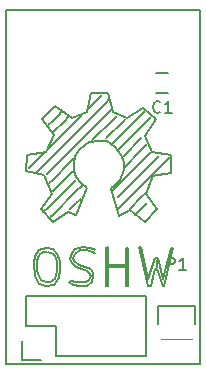
<source format=gto>
%MOIN*%
%OFA0B0*%
%FSLAX46Y46*%
%IPPOS*%
%LPD*%
%AMREC170*
4,1,3,
0.041874015748031505,-0.041874015748031505,
0.041874015748031505,0.041874015748031505,
-0.041874015748031505,0.041874015748031505,
-0.041874015748031505,-0.041874015748031505,
0*
%
%AMOBR180*
4,1,79,
-0.041874015748031505,0.0000000000000000025639592872548832,
-0.041744932132226575,0.0032853974100840932,
-0.0413584771282279,0.006550539252629513,
-0.040717033359644446,0.0097752948424071288,
-0.039824555540611241,0.012939782488865913,
-0.0386865460936616,0.016024492073366519,
-0.037310021225462529,0.019010405335550474,
-0.035703467669567425,0.021879113127239506,
-0.033876790362881666,0.024612928910955689,
-0.0318412513784328,0.027194997803306434,
-0.029609400490945358,0.029609400490945355,
-0.027194997803306434,0.0318412513784328,
-0.024612928910955692,0.033876790362881659,
-0.021879113127239495,0.035703467669567425,
-0.019010405335550474,0.037310021225462529,
-0.016024492073366519,0.0386865460936616,
-0.01293978248886591,0.039824555540611241,
-0.009775294842407127,0.040717033359644446,
-0.0065505392526295112,0.0413584771282279,
-0.00328539741008409,0.041744932132226575,
0,0.041874015748031505,
0.00328539741008409,0.041744932132226575,
0.0065505392526295095,0.0413584771282279,
0.009775294842407127,0.040717033359644446,
0.01293978248886591,0.039824555540611241,
0.016024492073366519,0.0386865460936616,
0.019010405335550474,0.037310021225462529,
0.0218791131272395,0.035703467669567425,
0.024612928910955689,0.033876790362881666,
0.027194997803306434,0.0318412513784328,
0.029609400490945355,0.029609400490945358,
0.031841251378432793,0.027194997803306437,
0.033876790362881659,0.024612928910955692,
0.035703467669567425,0.0218791131272395,
0.037310021225462529,0.019010405335550474,
0.0386865460936616,0.016024492073366519,
0.039824555540611241,0.012939782488865913,
0.040717033359644446,0.0097752948424071288,
0.0413584771282279,0.006550539252629513,
0.041744932132226575,0.0032853974100840923,
0.041874015748031505,0.0000000000000000025639592872548832,
0.041744932132226575,-0.003285397410084088,
0.0413584771282279,-0.0065505392526295078,
0.040717033359644446,-0.0097752948424071236,
0.039824555540611241,-0.012939782488865908,
0.038686546093661608,-0.016024492073366512,
0.037310021225462529,-0.01901040533555047,
0.035703467669567432,-0.0218791131272395,
0.033876790362881666,-0.024612928910955682,
0.0318412513784328,-0.02719499780330643,
0.029609400490945358,-0.029609400490945351,
0.027194997803306423,-0.0318412513784328,
0.024612928910955695,-0.033876790362881659,
0.021879113127239488,-0.035703467669567432,
0.019010405335550477,-0.037310021225462522,
0.01602449207336654,-0.038686546093661595,
0.012939782488865915,-0.039824555540611234,
0.0097752948424071132,-0.040717033359644453,
0.0065505392526295165,-0.0413584771282279,
0.0032853974100841136,-0.041744932132226575,
0.0000000000000000051279185745097657,-0.041874015748031505,
-0.0032853974100841041,-0.041744932132226575,
-0.0065505392526295052,-0.0413584771282279,
-0.0097752948424071028,-0.040717033359644453,
-0.012939782488865905,-0.039824555540611241,
-0.016024492073366529,-0.0386865460936616,
-0.01901040533555047,-0.037310021225462529,
-0.021879113127239481,-0.035703467669567439,
-0.024612928910955682,-0.033876790362881666,
-0.027194997803306441,-0.031841251378432793,
-0.029609400490945351,-0.029609400490945365,
-0.0318412513784328,-0.02719499780330643,
-0.033876790362881652,-0.024612928910955695,
-0.035703467669567432,-0.021879113127239488,
-0.037310021225462522,-0.019010405335550481,
-0.038686546093661595,-0.016024492073366543,
-0.039824555540611234,-0.012939782488865917,
-0.040717033359644453,-0.0097752948424071166,
-0.0413584771282279,-0.0065505392526295182,
-0.041744932132226575,-0.0032853974100841166,
0*
%
%AMREC190*
4,1,3,
0.032480314960629919,-0.037401574803149609,
0.032480314960629926,0.037401574803149609,
-0.032480314960629919,0.037401574803149609,
-0.032480314960629926,-0.037401574803149609,
0*
%
%AMREC200*
4,1,3,
0.0518740157480315,-0.0518740157480315,
0.0518740157480315,0.0518740157480315,
-0.0518740157480315,0.0518740157480315,
-0.0518740157480315,-0.0518740157480315,
0*
%
%AMREC410*
4,1,3,
0.041874015748031505,-0.041874015748031505,
0.041874015748031505,0.041874015748031505,
-0.041874015748031505,0.041874015748031505,
-0.041874015748031505,-0.041874015748031505,
0*
%
%AMOBR420*
4,1,79,
-0.041874015748031505,0.0000000000000000025639592872548832,
-0.041744932132226575,0.0032853974100840932,
-0.0413584771282279,0.006550539252629513,
-0.040717033359644446,0.0097752948424071288,
-0.039824555540611241,0.012939782488865913,
-0.0386865460936616,0.016024492073366519,
-0.037310021225462529,0.019010405335550474,
-0.035703467669567425,0.021879113127239506,
-0.033876790362881666,0.024612928910955689,
-0.0318412513784328,0.027194997803306434,
-0.029609400490945358,0.029609400490945355,
-0.027194997803306434,0.0318412513784328,
-0.024612928910955692,0.033876790362881659,
-0.021879113127239495,0.035703467669567425,
-0.019010405335550474,0.037310021225462529,
-0.016024492073366519,0.0386865460936616,
-0.01293978248886591,0.039824555540611241,
-0.009775294842407127,0.040717033359644446,
-0.0065505392526295112,0.0413584771282279,
-0.00328539741008409,0.041744932132226575,
0,0.041874015748031505,
0.00328539741008409,0.041744932132226575,
0.0065505392526295095,0.0413584771282279,
0.009775294842407127,0.040717033359644446,
0.01293978248886591,0.039824555540611241,
0.016024492073366519,0.0386865460936616,
0.019010405335550474,0.037310021225462529,
0.0218791131272395,0.035703467669567425,
0.024612928910955689,0.033876790362881666,
0.027194997803306434,0.0318412513784328,
0.029609400490945355,0.029609400490945358,
0.031841251378432793,0.027194997803306437,
0.033876790362881659,0.024612928910955692,
0.035703467669567425,0.0218791131272395,
0.037310021225462529,0.019010405335550474,
0.0386865460936616,0.016024492073366519,
0.039824555540611241,0.012939782488865913,
0.040717033359644446,0.0097752948424071288,
0.0413584771282279,0.006550539252629513,
0.041744932132226575,0.0032853974100840923,
0.041874015748031505,0.0000000000000000025639592872548832,
0.041744932132226575,-0.003285397410084088,
0.0413584771282279,-0.0065505392526295078,
0.040717033359644446,-0.0097752948424071236,
0.039824555540611241,-0.012939782488865908,
0.038686546093661608,-0.016024492073366512,
0.037310021225462529,-0.01901040533555047,
0.035703467669567432,-0.0218791131272395,
0.033876790362881666,-0.024612928910955682,
0.0318412513784328,-0.02719499780330643,
0.029609400490945358,-0.029609400490945351,
0.027194997803306423,-0.0318412513784328,
0.024612928910955695,-0.033876790362881659,
0.021879113127239488,-0.035703467669567432,
0.019010405335550477,-0.037310021225462522,
0.01602449207336654,-0.038686546093661595,
0.012939782488865915,-0.039824555540611234,
0.0097752948424071132,-0.040717033359644453,
0.0065505392526295165,-0.0413584771282279,
0.0032853974100841136,-0.041744932132226575,
0.0000000000000000051279185745097657,-0.041874015748031505,
-0.0032853974100841041,-0.041744932132226575,
-0.0065505392526295052,-0.0413584771282279,
-0.0097752948424071028,-0.040717033359644453,
-0.012939782488865905,-0.039824555540611241,
-0.016024492073366529,-0.0386865460936616,
-0.01901040533555047,-0.037310021225462529,
-0.021879113127239481,-0.035703467669567439,
-0.024612928910955682,-0.033876790362881666,
-0.027194997803306441,-0.031841251378432793,
-0.029609400490945351,-0.029609400490945365,
-0.0318412513784328,-0.02719499780330643,
-0.033876790362881652,-0.024612928910955695,
-0.035703467669567432,-0.021879113127239488,
-0.037310021225462522,-0.019010405335550481,
-0.038686546093661595,-0.016024492073366543,
-0.039824555540611234,-0.012939782488865917,
-0.040717033359644453,-0.0097752948424071166,
-0.0413584771282279,-0.0065505392526295182,
-0.041744932132226575,-0.0032853974100841166,
0*
%
%AMREC430*
4,1,3,
0.032480314960629919,-0.037401574803149609,
0.032480314960629926,0.037401574803149609,
-0.032480314960629919,0.037401574803149609,
-0.032480314960629926,-0.037401574803149609,
0*
%
%AMREC440*
4,1,3,
0.0518740157480315,-0.0518740157480315,
0.0518740157480315,0.0518740157480315,
-0.0518740157480315,0.0518740157480315,
-0.0518740157480315,-0.0518740157480315,
0*
%
%ADD10C,0.0039370078740157488*%
%ADD11C,0.005905511811023622*%
%ADD12R,0.083748031496063011X0.083748031496063011*%
%ADD13O,0.083748031496063011X0.083748031496063011*%
%ADD14R,0.074803149606299218X0.064960629921259838*%
%ADD15R,0.103748031496063X0.103748031496063*%
%ADD26C,0.0039370078740157488*%
%ADD27C,0.005905511811023622*%
%ADD28REC170*%
%ADD29OBR180*%
%ADD30REC190*%
%ADD31REC200*%
%ADD42C,0.0039370078740157488*%
%ADD43C,0.005905511811023622*%
%ADD44REC410*%
%ADD45OBR420*%
%ADD46REC430*%
%ADD47REC440*%
%ADD58C,0.0039370078740157488*%
%ADD59C,0.005905511811023622*%
%LPD*%
G04 #@! TF.FileFunction,Legend,Top*
G04 Gerber Fmt 4.6, Leading zero omitted, Abs format (unit mm)*
G04 Created by KiCad (PCBNEW 4.0.1-3.201512221401+6198~38~ubuntu15.10.1-stable) date søn 24 jan 2016 12:57:00 CET*
G01*
G04 APERTURE LIST*
G04 APERTURE END LIST*
D10*
D11*
X0000016204Y0001696850D02*
X0000016204Y0000515748D01*
X0000664204Y0001696850D02*
X0000016204Y0001696850D01*
X0000664204Y0000515748D02*
X0000664204Y0001696850D01*
X0000016204Y0000515748D02*
X0000664204Y0000515748D01*
X0000182204Y0000542125D02*
X0000482204Y0000542125D01*
X0000482204Y0000542125D02*
X0000482204Y0000742125D01*
X0000482204Y0000742125D02*
X0000082204Y0000742125D01*
X0000082204Y0000742125D02*
X0000082204Y0000642125D01*
X0000071181Y0000592125D02*
X0000071181Y0000531102D01*
X0000082204Y0000642125D02*
X0000182204Y0000642125D01*
X0000182204Y0000642125D02*
X0000182204Y0000542125D01*
X0000071181Y0000531102D02*
X0000132204Y0000531102D01*
X0000518518Y0001420661D02*
X0000557889Y0001420661D01*
X0000557889Y0001487590D02*
X0000518518Y0001487590D01*
X0000349904Y0001386925D02*
X0000117604Y0001154625D01*
X0000129402Y0001205825D02*
X0000149104Y0001225525D01*
X0000310504Y0001268825D02*
X0000298704Y0001257025D01*
X0000231804Y0001150725D02*
X0000239604Y0001158625D01*
X0000192403Y0001347524D02*
X0000200304Y0001355425D01*
X0000172703Y0001327925D02*
X0000157004Y0001312125D01*
X0000212103Y0001327925D02*
X0000223904Y0001339725D01*
X0000251504Y0001327925D02*
X0000271104Y0001347524D01*
X0000330204Y0001406625D02*
X0000338103Y0001414524D01*
X0000349904Y0001386925D02*
X0000361704Y0001398725D01*
X0000349904Y0001347524D02*
X0000369604Y0001367225D01*
X0000408904Y0001327925D02*
X0000412904Y0001331825D01*
X0000369604Y0001327925D02*
X0000385303Y0001343625D01*
X0000468004Y0001347524D02*
X0000479804Y0001359425D01*
X0000487704Y0001327925D02*
X0000499504Y0001339725D01*
X0000172703Y0001131025D02*
X0000160904Y0001119225D01*
X0000231804Y0001190125D02*
X0000243604Y0001201925D01*
X0000149104Y0001032624D02*
X0000141204Y0001024725D01*
X0000231804Y0001111325D02*
X0000251504Y0001131025D01*
X0000172703Y0001012925D02*
X0000164804Y0001005025D01*
X0000251504Y0001091625D02*
X0000271104Y0001111325D01*
X0000251504Y0001052325D02*
X0000267204Y0001068025D01*
X0000468004Y0001229425D02*
X0000487704Y0001249125D01*
X0000487704Y0001209825D02*
X0000499504Y0001221625D01*
X0000468004Y0001072025D02*
X0000483704Y0001087725D01*
X0000546704Y0001190125D02*
X0000562504Y0001205825D01*
X0000487704Y0001052325D02*
X0000448304Y0001012925D01*
X0000468004Y0001072025D02*
X0000428604Y0001032624D01*
X0000546704Y0001190125D02*
X0000389304Y0001032624D01*
X0000527104Y0001209825D02*
X0000389304Y0001072025D01*
X0000487704Y0001209825D02*
X0000369604Y0001091625D01*
X0000251504Y0001052325D02*
X0000231804Y0001032624D01*
X0000251504Y0001091625D02*
X0000172703Y0001012925D01*
X0000231804Y0001111325D02*
X0000153004Y0001032624D01*
X0000231804Y0001150725D02*
X0000172703Y0001091625D01*
X0000231804Y0001190125D02*
X0000172703Y0001131025D01*
X0000330204Y0001406625D02*
X0000290804Y0001367225D01*
X0000192403Y0001347524D02*
X0000172703Y0001327925D01*
X0000212103Y0001327925D02*
X0000172703Y0001288525D01*
X0000133304Y0001209825D02*
X0000094003Y0001170425D01*
X0000251504Y0001327925D02*
X0000153004Y0001229425D01*
X0000349904Y0001347524D02*
X0000153004Y0001150725D01*
X0000468004Y0001229425D02*
X0000408904Y0001170425D01*
X0000468004Y0001268825D02*
X0000408904Y0001209825D01*
X0000369604Y0001327925D02*
X0000310504Y0001268825D01*
X0000487704Y0001327925D02*
X0000389304Y0001229425D01*
X0000468004Y0001347524D02*
X0000369604Y0001249125D01*
X0000408904Y0001327925D02*
X0000349904Y0001268825D01*
X0000519204Y0000863325D02*
X0000519204Y0000839725D01*
X0000460104Y0000906625D02*
X0000491604Y0000776724D01*
X0000491604Y0000776724D02*
X0000499504Y0000776724D01*
X0000499504Y0000776724D02*
X0000515204Y0000831825D01*
X0000515204Y0000831825D02*
X0000519204Y0000831825D01*
X0000519204Y0000831825D02*
X0000538904Y0000776724D01*
X0000538904Y0000776724D02*
X0000542804Y0000776724D01*
X0000542804Y0000776724D02*
X0000574304Y0000902725D01*
X0000574304Y0000902725D02*
X0000566404Y0000902725D01*
X0000566404Y0000902725D02*
X0000538904Y0000800325D01*
X0000538904Y0000800325D02*
X0000523104Y0000871225D01*
X0000523104Y0000871225D02*
X0000515204Y0000871225D01*
X0000515204Y0000871225D02*
X0000491604Y0000800325D01*
X0000491604Y0000800325D02*
X0000468004Y0000906625D01*
X0000468004Y0000906625D02*
X0000460104Y0000906625D01*
X0000353804Y0000847525D02*
X0000412904Y0000847525D01*
X0000412904Y0000847525D02*
X0000412904Y0000839725D01*
X0000412904Y0000839725D02*
X0000357803Y0000839725D01*
X0000416804Y0000902725D02*
X0000416804Y0000776724D01*
X0000416804Y0000776724D02*
X0000424704Y0000776724D01*
X0000424704Y0000776724D02*
X0000424704Y0000902725D01*
X0000424704Y0000902725D02*
X0000416804Y0000902725D01*
X0000357803Y0000906625D02*
X0000353804Y0000906625D01*
X0000349904Y0000906625D02*
X0000349904Y0000776724D01*
X0000349904Y0000776724D02*
X0000357803Y0000776724D01*
X0000357803Y0000776724D02*
X0000357803Y0000906625D01*
X0000314504Y0000894824D02*
X0000310504Y0000898725D01*
X0000310504Y0000898725D02*
X0000294804Y0000902725D01*
X0000294804Y0000902725D02*
X0000275104Y0000906625D01*
X0000275104Y0000906625D02*
X0000247504Y0000898725D01*
X0000247504Y0000898725D02*
X0000235704Y0000886925D01*
X0000235704Y0000886925D02*
X0000231804Y0000867225D01*
X0000231804Y0000867225D02*
X0000235704Y0000851525D01*
X0000235704Y0000851525D02*
X0000251504Y0000839725D01*
X0000251504Y0000839725D02*
X0000271104Y0000831825D01*
X0000271104Y0000831825D02*
X0000286904Y0000827924D01*
X0000286904Y0000827924D02*
X0000294804Y0000820025D01*
X0000294804Y0000820025D02*
X0000298704Y0000808225D01*
X0000298704Y0000808225D02*
X0000294804Y0000796425D01*
X0000294804Y0000796425D02*
X0000283004Y0000788524D01*
X0000283004Y0000788524D02*
X0000267204Y0000788524D01*
X0000267204Y0000788524D02*
X0000247504Y0000788524D01*
X0000247504Y0000788524D02*
X0000235704Y0000792425D01*
X0000235704Y0000792425D02*
X0000227804Y0000788524D01*
X0000227804Y0000788524D02*
X0000239604Y0000780625D01*
X0000239604Y0000780625D02*
X0000263304Y0000776724D01*
X0000263304Y0000776724D02*
X0000286904Y0000776724D01*
X0000286904Y0000776724D02*
X0000302604Y0000788524D01*
X0000302604Y0000788524D02*
X0000306604Y0000808225D01*
X0000306604Y0000808225D02*
X0000306604Y0000820025D01*
X0000306604Y0000820025D02*
X0000298704Y0000831825D01*
X0000298704Y0000831825D02*
X0000279004Y0000839725D01*
X0000279004Y0000839725D02*
X0000259303Y0000847525D01*
X0000259303Y0000847525D02*
X0000243604Y0000859425D01*
X0000243604Y0000859425D02*
X0000239604Y0000871225D01*
X0000239604Y0000871225D02*
X0000247504Y0000883024D01*
X0000247504Y0000883024D02*
X0000263304Y0000894824D01*
X0000263304Y0000894824D02*
X0000286904Y0000894824D01*
X0000286904Y0000894824D02*
X0000302604Y0000890925D01*
X0000302604Y0000890925D02*
X0000314504Y0000886925D01*
X0000153004Y0000890925D02*
X0000141204Y0000890925D01*
X0000141204Y0000890925D02*
X0000125504Y0000879025D01*
X0000125504Y0000879025D02*
X0000121504Y0000859425D01*
X0000121504Y0000859425D02*
X0000121504Y0000827924D01*
X0000121504Y0000827924D02*
X0000125504Y0000808225D01*
X0000125504Y0000808225D02*
X0000133304Y0000796425D01*
X0000133304Y0000796425D02*
X0000149104Y0000788524D01*
X0000149104Y0000788524D02*
X0000164804Y0000788524D01*
X0000164804Y0000788524D02*
X0000180604Y0000800325D01*
X0000180604Y0000800325D02*
X0000188503Y0000827924D01*
X0000188503Y0000827924D02*
X0000188503Y0000859425D01*
X0000188503Y0000859425D02*
X0000180604Y0000875125D01*
X0000180604Y0000875125D02*
X0000172703Y0000883024D01*
X0000172703Y0000883024D02*
X0000157004Y0000890925D01*
X0000153004Y0000902725D02*
X0000137304Y0000898725D01*
X0000137304Y0000898725D02*
X0000125504Y0000894824D01*
X0000125504Y0000894824D02*
X0000113704Y0000875125D01*
X0000113704Y0000875125D02*
X0000109704Y0000851525D01*
X0000109704Y0000851525D02*
X0000113704Y0000808225D01*
X0000113704Y0000808225D02*
X0000125504Y0000784625D01*
X0000125504Y0000784625D02*
X0000149104Y0000776724D01*
X0000149104Y0000776724D02*
X0000176704Y0000780625D01*
X0000176704Y0000780625D02*
X0000192403Y0000804224D01*
X0000192403Y0000804224D02*
X0000196304Y0000831825D01*
X0000196304Y0000831825D02*
X0000196304Y0000859425D01*
X0000196304Y0000859425D02*
X0000188503Y0000883024D01*
X0000188503Y0000883024D02*
X0000172703Y0000898725D01*
X0000172703Y0000898725D02*
X0000153004Y0000902725D01*
X0000286904Y0001103425D02*
X0000267204Y0001119225D01*
X0000267204Y0001119225D02*
X0000251504Y0001138925D01*
X0000251504Y0001138925D02*
X0000243604Y0001158625D01*
X0000243604Y0001158625D02*
X0000243604Y0001186125D01*
X0000243604Y0001186125D02*
X0000247604Y0001209725D01*
X0000247604Y0001209725D02*
X0000263304Y0001233425D01*
X0000263304Y0001233425D02*
X0000294804Y0001257025D01*
X0000294804Y0001257025D02*
X0000326304Y0001260925D01*
X0000326304Y0001260925D02*
X0000353904Y0001260925D01*
X0000353904Y0001260925D02*
X0000381404Y0001241225D01*
X0000381404Y0001241225D02*
X0000401104Y0001213725D01*
X0000401104Y0001213725D02*
X0000409004Y0001190125D01*
X0000409004Y0001190125D02*
X0000409004Y0001162525D01*
X0000409004Y0001162525D02*
X0000397204Y0001131025D01*
X0000397204Y0001131025D02*
X0000377504Y0001111325D01*
X0000377504Y0001111325D02*
X0000365703Y0001103425D01*
X0000365703Y0001099525D02*
X0000395204Y0001010925D01*
X0000395204Y0001010925D02*
X0000428704Y0001028624D01*
X0000428704Y0001028624D02*
X0000479804Y0000989325D01*
X0000479804Y0000989325D02*
X0000519204Y0001032624D01*
X0000519204Y0001032624D02*
X0000483804Y0001083825D01*
X0000483804Y0001083825D02*
X0000503503Y0001134925D01*
X0000503503Y0001134925D02*
X0000503503Y0001142825D01*
X0000503503Y0001142825D02*
X0000566504Y0001154625D01*
X0000566504Y0001154625D02*
X0000566504Y0001213725D01*
X0000566504Y0001213725D02*
X0000503503Y0001221525D01*
X0000503503Y0001221525D02*
X0000479804Y0001276725D01*
X0000479804Y0001276725D02*
X0000515304Y0001331825D01*
X0000515304Y0001331825D02*
X0000472004Y0001371225D01*
X0000472004Y0001371225D02*
X0000420804Y0001335724D01*
X0000420804Y0001335724D02*
X0000373504Y0001355425D01*
X0000373504Y0001355425D02*
X0000357803Y0001418425D01*
X0000357803Y0001418425D02*
X0000298704Y0001418425D01*
X0000298704Y0001418425D02*
X0000286904Y0001355425D01*
X0000286904Y0001355425D02*
X0000235704Y0001335724D01*
X0000235704Y0001335724D02*
X0000180604Y0001375125D01*
X0000180604Y0001375125D02*
X0000137304Y0001331825D01*
X0000137304Y0001331825D02*
X0000176704Y0001280625D01*
X0000176704Y0001280625D02*
X0000149104Y0001221525D01*
X0000149104Y0001221525D02*
X0000086103Y0001213725D01*
X0000086103Y0001213725D02*
X0000082204Y0001158625D01*
X0000082204Y0001158625D02*
X0000145204Y0001146725D01*
X0000145204Y0001146725D02*
X0000168803Y0001083825D01*
X0000168803Y0001083825D02*
X0000133404Y0001032624D01*
X0000133404Y0001032624D02*
X0000172804Y0000989325D01*
X0000172804Y0000989325D02*
X0000223904Y0001024725D01*
X0000223904Y0001024725D02*
X0000251504Y0001012925D01*
X0000251504Y0001012925D02*
X0000286904Y0001103425D01*
X0000647228Y0000709149D02*
X0000647228Y0000648125D01*
X0000525181Y0000648125D02*
X0000525181Y0000709149D01*
X0000525181Y0000709149D02*
X0000647228Y0000709149D01*
X0000536204Y0000598125D02*
X0000636204Y0000598125D01*
X0000531643Y0001357388D02*
X0000529768Y0001355513D01*
X0000524144Y0001353638D01*
X0000520394Y0001353638D01*
X0000514769Y0001355513D01*
X0000511020Y0001359262D01*
X0000509144Y0001363011D01*
X0000507271Y0001370511D01*
X0000507271Y0001376135D01*
X0000509144Y0001383634D01*
X0000511020Y0001387383D01*
X0000514769Y0001391133D01*
X0000520394Y0001393008D01*
X0000524144Y0001393008D01*
X0000529768Y0001391133D01*
X0000531643Y0001389259D01*
X0000569138Y0001353638D02*
X0000546641Y0001353638D01*
X0000557889Y0001353638D02*
X0000557889Y0001393008D01*
X0000554140Y0001387383D01*
X0000550390Y0001383634D01*
X0000546641Y0001381760D01*
X0000557145Y0000831103D02*
X0000557145Y0000870472D01*
X0000572144Y0000870472D01*
X0000575893Y0000868598D01*
X0000577768Y0000866723D01*
X0000579643Y0000862974D01*
X0000579643Y0000857349D01*
X0000577768Y0000853600D01*
X0000575893Y0000851725D01*
X0000572144Y0000849850D01*
X0000557145Y0000849850D01*
X0000617138Y0000831103D02*
X0000594641Y0000831103D01*
X0000605889Y0000831103D02*
X0000605889Y0000870472D01*
X0000602140Y0000864848D01*
X0000598390Y0000861099D01*
X0000594641Y0000859224D01*
%LPC*%
D12*
X0000132204Y0000592125D03*
D13*
X0000132204Y0000692125D03*
X0000232204Y0000592125D03*
X0000232204Y0000692125D03*
X0000332203Y0000592125D03*
X0000332203Y0000692125D03*
X0000432204Y0000592125D03*
X0000432204Y0000692125D03*
D14*
X0000587417Y0001454125D03*
X0000488992Y0001454125D03*
D15*
X0000586204Y0000648125D03*
G04 #@! TF.FileFunction,Legend,Top*
G04 Gerber Fmt 4.6, Leading zero omitted, Abs format (unit mm)*
G04 Created by KiCad (PCBNEW 4.0.1-3.201512221401+6198~38~ubuntu15.10.1-stable) date søn 24 jan 2016 12:57:00 CET*
G01*
G04 APERTURE LIST*
G04 APERTURE END LIST*
D26*
D27*
X0000744094Y0000500456D02*
X0001925196Y0000500456D01*
X0000744094Y0001148456D02*
X0000744094Y0000500456D01*
X0001925196Y0001148456D02*
X0000744094Y0001148456D01*
X0001925196Y0000500456D02*
X0001925196Y0001148456D01*
X0001898818Y0000666456D02*
X0001898818Y0000966456D01*
X0001898818Y0000966456D02*
X0001698818Y0000966456D01*
X0001698818Y0000966456D02*
X0001698818Y0000566456D01*
X0001698818Y0000566456D02*
X0001798818Y0000566456D01*
X0001848818Y0000555433D02*
X0001909842Y0000555433D01*
X0001798818Y0000566456D02*
X0001798818Y0000666456D01*
X0001798818Y0000666456D02*
X0001898818Y0000666456D01*
X0001909842Y0000555433D02*
X0001909842Y0000616456D01*
X0001020283Y0001002771D02*
X0001020283Y0001042141D01*
X0000953354Y0001042141D02*
X0000953354Y0001002771D01*
X0001054018Y0000834155D02*
X0001286318Y0000601856D01*
X0001235118Y0000613656D02*
X0001215418Y0000633356D01*
X0001172118Y0000794755D02*
X0001183918Y0000782955D01*
X0001290217Y0000716055D02*
X0001282318Y0000723856D01*
X0001093418Y0000676655D02*
X0001085518Y0000684556D01*
X0001113018Y0000656956D02*
X0001128818Y0000641256D01*
X0001113018Y0000696356D02*
X0001101218Y0000708156D01*
X0001113018Y0000735756D02*
X0001093418Y0000755355D01*
X0001034318Y0000814456D02*
X0001026418Y0000822355D01*
X0001054018Y0000834155D02*
X0001042218Y0000845956D01*
X0001093418Y0000834155D02*
X0001073718Y0000853856D01*
X0001113018Y0000893156D02*
X0001109118Y0000897156D01*
X0001113018Y0000853856D02*
X0001097318Y0000869556D01*
X0001093418Y0000952256D02*
X0001081518Y0000964056D01*
X0001113018Y0000971956D02*
X0001101218Y0000983756D01*
X0001309918Y0000656956D02*
X0001321718Y0000645156D01*
X0001250818Y0000716055D02*
X0001239018Y0000727856D01*
X0001408318Y0000633356D02*
X0001416218Y0000625456D01*
X0001329618Y0000716055D02*
X0001309918Y0000735756D01*
X0001428018Y0000656956D02*
X0001435918Y0000649056D01*
X0001349318Y0000735756D02*
X0001329618Y0000755355D01*
X0001388618Y0000735756D02*
X0001372918Y0000751456D01*
X0001211518Y0000952256D02*
X0001191818Y0000971956D01*
X0001231118Y0000971956D02*
X0001219318Y0000983756D01*
X0001368918Y0000952256D02*
X0001353218Y0000967956D01*
X0001250818Y0001030956D02*
X0001235118Y0001046756D01*
X0001388618Y0000971956D02*
X0001428018Y0000932556D01*
X0001368918Y0000952256D02*
X0001408318Y0000912856D01*
X0001250818Y0001030956D02*
X0001408318Y0000873555D01*
X0001231118Y0001011355D02*
X0001368918Y0000873555D01*
X0001231118Y0000971956D02*
X0001349318Y0000853856D01*
X0001388618Y0000735756D02*
X0001408318Y0000716055D01*
X0001349318Y0000735756D02*
X0001428018Y0000656956D01*
X0001329618Y0000716055D02*
X0001408318Y0000637256D01*
X0001290217Y0000716055D02*
X0001349318Y0000656956D01*
X0001250818Y0000716055D02*
X0001309918Y0000656956D01*
X0001034318Y0000814456D02*
X0001073718Y0000775056D01*
X0001093418Y0000676655D02*
X0001113018Y0000656956D01*
X0001113018Y0000696356D02*
X0001152418Y0000656956D01*
X0001231118Y0000617556D02*
X0001270518Y0000578256D01*
X0001113018Y0000735756D02*
X0001211518Y0000637256D01*
X0001093418Y0000834155D02*
X0001290217Y0000637256D01*
X0001211518Y0000952256D02*
X0001270518Y0000893156D01*
X0001172118Y0000952256D02*
X0001231118Y0000893156D01*
X0001113018Y0000853856D02*
X0001172118Y0000794755D01*
X0001113018Y0000971956D02*
X0001211518Y0000873555D01*
X0001093418Y0000952256D02*
X0001191818Y0000853856D01*
X0001113018Y0000893156D02*
X0001172118Y0000834155D01*
X0001577618Y0001003455D02*
X0001601218Y0001003455D01*
X0001534318Y0000944356D02*
X0001664218Y0000975856D01*
X0001664218Y0000975856D02*
X0001664218Y0000983756D01*
X0001664218Y0000983756D02*
X0001609118Y0000999456D01*
X0001609118Y0000999456D02*
X0001609118Y0001003455D01*
X0001609118Y0001003455D02*
X0001664218Y0001023156D01*
X0001664218Y0001023156D02*
X0001664218Y0001027056D01*
X0001664218Y0001027056D02*
X0001538218Y0001058556D01*
X0001538218Y0001058556D02*
X0001538218Y0001050656D01*
X0001538218Y0001050656D02*
X0001640618Y0001023156D01*
X0001640618Y0001023156D02*
X0001569718Y0001007355D01*
X0001569718Y0001007355D02*
X0001569718Y0000999456D01*
X0001569718Y0000999456D02*
X0001640618Y0000975856D01*
X0001640618Y0000975856D02*
X0001534318Y0000952256D01*
X0001534318Y0000952256D02*
X0001534318Y0000944356D01*
X0001593417Y0000838056D02*
X0001593417Y0000897156D01*
X0001593417Y0000897156D02*
X0001601218Y0000897156D01*
X0001601218Y0000897156D02*
X0001601218Y0000842056D01*
X0001538218Y0000901055D02*
X0001664218Y0000901055D01*
X0001664218Y0000901055D02*
X0001664218Y0000908956D01*
X0001664218Y0000908956D02*
X0001538218Y0000908956D01*
X0001538218Y0000908956D02*
X0001538218Y0000901055D01*
X0001534318Y0000842056D02*
X0001534318Y0000838056D01*
X0001534318Y0000834155D02*
X0001664218Y0000834155D01*
X0001664218Y0000834155D02*
X0001664218Y0000842056D01*
X0001664218Y0000842056D02*
X0001534318Y0000842056D01*
X0001546118Y0000798756D02*
X0001542218Y0000794755D01*
X0001542218Y0000794755D02*
X0001538218Y0000779056D01*
X0001538218Y0000779056D02*
X0001534318Y0000759356D01*
X0001534318Y0000759356D02*
X0001542218Y0000731756D01*
X0001542218Y0000731756D02*
X0001554018Y0000719956D01*
X0001554018Y0000719956D02*
X0001573718Y0000716055D01*
X0001573718Y0000716055D02*
X0001589418Y0000719956D01*
X0001589418Y0000719956D02*
X0001601218Y0000735756D01*
X0001601218Y0000735756D02*
X0001609118Y0000755355D01*
X0001609118Y0000755355D02*
X0001613018Y0000771156D01*
X0001613018Y0000771156D02*
X0001620918Y0000779056D01*
X0001620918Y0000779056D02*
X0001632718Y0000782955D01*
X0001632718Y0000782955D02*
X0001644518Y0000779056D01*
X0001644518Y0000779056D02*
X0001652418Y0000767255D01*
X0001652418Y0000767255D02*
X0001652418Y0000751456D01*
X0001652418Y0000751456D02*
X0001652418Y0000731756D01*
X0001652418Y0000731756D02*
X0001648518Y0000719956D01*
X0001648518Y0000719956D02*
X0001652418Y0000712056D01*
X0001652418Y0000712056D02*
X0001660318Y0000723856D01*
X0001660318Y0000723856D02*
X0001664218Y0000747556D01*
X0001664218Y0000747556D02*
X0001664218Y0000771156D01*
X0001664218Y0000771156D02*
X0001652418Y0000786856D01*
X0001652418Y0000786856D02*
X0001632718Y0000790856D01*
X0001632718Y0000790856D02*
X0001620918Y0000790856D01*
X0001620918Y0000790856D02*
X0001609118Y0000782955D01*
X0001609118Y0000782955D02*
X0001601218Y0000763256D01*
X0001601218Y0000763256D02*
X0001593417Y0000743556D01*
X0001593417Y0000743556D02*
X0001581518Y0000727856D01*
X0001581518Y0000727856D02*
X0001569718Y0000723856D01*
X0001569718Y0000723856D02*
X0001557918Y0000731756D01*
X0001557918Y0000731756D02*
X0001546118Y0000747556D01*
X0001546118Y0000747556D02*
X0001546118Y0000771156D01*
X0001546118Y0000771156D02*
X0001550018Y0000786856D01*
X0001550018Y0000786856D02*
X0001554018Y0000798756D01*
X0001550018Y0000637256D02*
X0001550018Y0000625456D01*
X0001550018Y0000625456D02*
X0001561918Y0000609756D01*
X0001561918Y0000609756D02*
X0001581518Y0000605756D01*
X0001581518Y0000605756D02*
X0001613018Y0000605756D01*
X0001613018Y0000605756D02*
X0001632718Y0000609756D01*
X0001632718Y0000609756D02*
X0001644518Y0000617556D01*
X0001644518Y0000617556D02*
X0001652418Y0000633356D01*
X0001652418Y0000633356D02*
X0001652418Y0000649056D01*
X0001652418Y0000649056D02*
X0001640618Y0000664856D01*
X0001640618Y0000664856D02*
X0001613018Y0000672756D01*
X0001613018Y0000672756D02*
X0001581518Y0000672756D01*
X0001581518Y0000672756D02*
X0001565818Y0000664856D01*
X0001565818Y0000664856D02*
X0001557918Y0000656956D01*
X0001557918Y0000656956D02*
X0001550018Y0000641256D01*
X0001538218Y0000637256D02*
X0001542218Y0000621556D01*
X0001542218Y0000621556D02*
X0001546118Y0000609756D01*
X0001546118Y0000609756D02*
X0001565818Y0000597956D01*
X0001565818Y0000597956D02*
X0001589418Y0000593956D01*
X0001589418Y0000593956D02*
X0001632718Y0000597956D01*
X0001632718Y0000597956D02*
X0001656318Y0000609756D01*
X0001656318Y0000609756D02*
X0001664218Y0000633356D01*
X0001664218Y0000633356D02*
X0001660318Y0000660956D01*
X0001660318Y0000660956D02*
X0001636718Y0000676655D01*
X0001636718Y0000676655D02*
X0001609118Y0000680556D01*
X0001609118Y0000680556D02*
X0001581518Y0000680556D01*
X0001581518Y0000680556D02*
X0001557918Y0000672756D01*
X0001557918Y0000672756D02*
X0001542218Y0000656956D01*
X0001542218Y0000656956D02*
X0001538218Y0000637256D01*
X0001337518Y0000771156D02*
X0001321718Y0000751456D01*
X0001321718Y0000751456D02*
X0001302018Y0000735756D01*
X0001302018Y0000735756D02*
X0001282318Y0000727856D01*
X0001282318Y0000727856D02*
X0001254818Y0000727856D01*
X0001254818Y0000727856D02*
X0001231218Y0000731856D01*
X0001231218Y0000731856D02*
X0001207518Y0000747556D01*
X0001207518Y0000747556D02*
X0001183918Y0000779056D01*
X0001183918Y0000779056D02*
X0001180018Y0000810556D01*
X0001180018Y0000810556D02*
X0001180018Y0000838156D01*
X0001180018Y0000838156D02*
X0001199718Y0000865656D01*
X0001199718Y0000865656D02*
X0001227218Y0000885356D01*
X0001227218Y0000885356D02*
X0001250818Y0000893256D01*
X0001250818Y0000893256D02*
X0001278417Y0000893256D01*
X0001278417Y0000893256D02*
X0001309918Y0000881456D01*
X0001309918Y0000881456D02*
X0001329618Y0000861755D01*
X0001329618Y0000861755D02*
X0001337518Y0000849956D01*
X0001341418Y0000849956D02*
X0001430016Y0000879456D01*
X0001430016Y0000879456D02*
X0001412318Y0000912956D01*
X0001412318Y0000912956D02*
X0001451618Y0000964056D01*
X0001451618Y0000964056D02*
X0001408318Y0001003455D01*
X0001408318Y0001003455D02*
X0001357118Y0000968056D01*
X0001357118Y0000968056D02*
X0001306018Y0000987756D01*
X0001306018Y0000987756D02*
X0001298118Y0000987756D01*
X0001298118Y0000987756D02*
X0001286318Y0001050756D01*
X0001286318Y0001050756D02*
X0001227218Y0001050756D01*
X0001227218Y0001050756D02*
X0001219418Y0000987756D01*
X0001219418Y0000987756D02*
X0001164218Y0000964056D01*
X0001164218Y0000964056D02*
X0001109118Y0000999556D01*
X0001109118Y0000999556D02*
X0001069718Y0000956256D01*
X0001069718Y0000956256D02*
X0001105218Y0000905056D01*
X0001105218Y0000905056D02*
X0001085518Y0000857756D01*
X0001085518Y0000857756D02*
X0001022518Y0000842056D01*
X0001022518Y0000842056D02*
X0001022518Y0000782955D01*
X0001022518Y0000782955D02*
X0001085518Y0000771156D01*
X0001085518Y0000771156D02*
X0001105218Y0000719956D01*
X0001105218Y0000719956D02*
X0001065818Y0000664856D01*
X0001065818Y0000664856D02*
X0001109118Y0000621556D01*
X0001109118Y0000621556D02*
X0001160318Y0000660956D01*
X0001160318Y0000660956D02*
X0001219418Y0000633356D01*
X0001219418Y0000633356D02*
X0001227218Y0000570356D01*
X0001227218Y0000570356D02*
X0001282318Y0000566456D01*
X0001282318Y0000566456D02*
X0001294218Y0000629456D01*
X0001294218Y0000629456D02*
X0001357118Y0000653056D01*
X0001357118Y0000653056D02*
X0001408318Y0000617656D01*
X0001408318Y0000617656D02*
X0001451618Y0000657056D01*
X0001451618Y0000657056D02*
X0001416218Y0000708156D01*
X0001416218Y0000708156D02*
X0001428018Y0000735756D01*
X0001428018Y0000735756D02*
X0001337518Y0000771156D01*
X0001731795Y0001131480D02*
X0001792818Y0001131480D01*
X0001792818Y0001009433D02*
X0001731795Y0001009433D01*
X0001731795Y0001009433D02*
X0001731795Y0001131480D01*
X0001842818Y0001020456D02*
X0001842818Y0001120456D01*
X0001083556Y0001015895D02*
X0001085431Y0001014019D01*
X0001087306Y0001008394D01*
X0001087306Y0001004645D01*
X0001085431Y0000999022D01*
X0001081682Y0000995272D01*
X0001077932Y0000993397D01*
X0001070433Y0000991523D01*
X0001064809Y0000991523D01*
X0001057310Y0000993397D01*
X0001053560Y0000995272D01*
X0001049811Y0000999022D01*
X0001047936Y0001004645D01*
X0001047936Y0001008394D01*
X0001049811Y0001014019D01*
X0001051685Y0001015895D01*
X0001087306Y0001053390D02*
X0001087306Y0001030893D01*
X0001087306Y0001042141D02*
X0001047936Y0001042141D01*
X0001053560Y0001038392D01*
X0001057310Y0001034642D01*
X0001059184Y0001030893D01*
X0001609841Y0001041396D02*
X0001570471Y0001041396D01*
X0001570471Y0001056395D01*
X0001572346Y0001060145D01*
X0001574221Y0001062020D01*
X0001577970Y0001063895D01*
X0001583595Y0001063895D01*
X0001587344Y0001062020D01*
X0001589219Y0001060145D01*
X0001591094Y0001056395D01*
X0001591094Y0001041396D01*
X0001609841Y0001101390D02*
X0001609841Y0001078893D01*
X0001609841Y0001090141D02*
X0001570471Y0001090141D01*
X0001576095Y0001086392D01*
X0001579845Y0001082642D01*
X0001581720Y0001078893D01*
D28*
X0001848818Y0000616456D03*
D29*
X0001748818Y0000616456D03*
X0001848818Y0000716456D03*
X0001748818Y0000716456D03*
X0001848818Y0000816455D03*
X0001748818Y0000816455D03*
X0001848818Y0000916456D03*
X0001748818Y0000916456D03*
D30*
X0000986818Y0001071669D03*
X0000986818Y0000973244D03*
D31*
X0001792818Y0001070456D03*
G04 #@! TF.FileFunction,Legend,Top*
G04 Gerber Fmt 4.6, Leading zero omitted, Abs format (unit mm)*
G04 Created by KiCad (PCBNEW 4.0.1-3.201512221401+6198~38~ubuntu15.10.1-stable) date søn 24 jan 2016 12:57:00 CET*
G01*
G04 APERTURE LIST*
G04 APERTURE END LIST*
D42*
D43*
X0000744094Y0001248488D02*
X0001925196Y0001248488D01*
X0000744094Y0001896488D02*
X0000744094Y0001248488D01*
X0001925196Y0001896488D02*
X0000744094Y0001896488D01*
X0001925196Y0001248488D02*
X0001925196Y0001896488D01*
X0001898818Y0001414488D02*
X0001898818Y0001714488D01*
X0001898818Y0001714488D02*
X0001698818Y0001714488D01*
X0001698818Y0001714488D02*
X0001698818Y0001314488D01*
X0001698818Y0001314488D02*
X0001798818Y0001314488D01*
X0001848818Y0001303464D02*
X0001909842Y0001303464D01*
X0001798818Y0001314488D02*
X0001798818Y0001414488D01*
X0001798818Y0001414488D02*
X0001898818Y0001414488D01*
X0001909842Y0001303464D02*
X0001909842Y0001364488D01*
X0001020283Y0001750803D02*
X0001020283Y0001790173D01*
X0000953354Y0001790173D02*
X0000953354Y0001750803D01*
X0001054018Y0001582188D02*
X0001286318Y0001349888D01*
X0001235118Y0001361688D02*
X0001215418Y0001381388D01*
X0001172118Y0001542788D02*
X0001183918Y0001530988D01*
X0001290217Y0001464088D02*
X0001282318Y0001471888D01*
X0001093418Y0001424688D02*
X0001085518Y0001432588D01*
X0001113018Y0001404988D02*
X0001128818Y0001389288D01*
X0001113018Y0001444387D02*
X0001101218Y0001456187D01*
X0001113018Y0001483788D02*
X0001093418Y0001503388D01*
X0001034318Y0001562488D02*
X0001026418Y0001570388D01*
X0001054018Y0001582188D02*
X0001042218Y0001593988D01*
X0001093418Y0001582188D02*
X0001073718Y0001601888D01*
X0001113018Y0001641188D02*
X0001109118Y0001645188D01*
X0001113018Y0001601888D02*
X0001097318Y0001617588D01*
X0001093418Y0001700288D02*
X0001081518Y0001712088D01*
X0001113018Y0001719988D02*
X0001101218Y0001731788D01*
X0001309918Y0001404988D02*
X0001321718Y0001393188D01*
X0001250818Y0001464088D02*
X0001239018Y0001475888D01*
X0001408318Y0001381388D02*
X0001416218Y0001373488D01*
X0001329618Y0001464088D02*
X0001309918Y0001483788D01*
X0001428018Y0001404988D02*
X0001435918Y0001397088D01*
X0001349318Y0001483788D02*
X0001329618Y0001503388D01*
X0001388618Y0001483788D02*
X0001372918Y0001499488D01*
X0001211518Y0001700288D02*
X0001191818Y0001719988D01*
X0001231118Y0001719988D02*
X0001219318Y0001731788D01*
X0001368918Y0001700288D02*
X0001353218Y0001715988D01*
X0001250818Y0001778988D02*
X0001235118Y0001794788D01*
X0001388618Y0001719988D02*
X0001428018Y0001680587D01*
X0001368918Y0001700288D02*
X0001408318Y0001660888D01*
X0001250818Y0001778988D02*
X0001408318Y0001621588D01*
X0001231118Y0001759387D02*
X0001368918Y0001621588D01*
X0001231118Y0001719988D02*
X0001349318Y0001601888D01*
X0001388618Y0001483788D02*
X0001408318Y0001464088D01*
X0001349318Y0001483788D02*
X0001428018Y0001404988D01*
X0001329618Y0001464088D02*
X0001408318Y0001385288D01*
X0001290217Y0001464088D02*
X0001349318Y0001404988D01*
X0001250818Y0001464088D02*
X0001309918Y0001404988D01*
X0001034318Y0001562488D02*
X0001073718Y0001523088D01*
X0001093418Y0001424688D02*
X0001113018Y0001404988D01*
X0001113018Y0001444387D02*
X0001152418Y0001404988D01*
X0001231118Y0001365588D02*
X0001270518Y0001326287D01*
X0001113018Y0001483788D02*
X0001211518Y0001385288D01*
X0001093418Y0001582188D02*
X0001290217Y0001385288D01*
X0001211518Y0001700288D02*
X0001270518Y0001641188D01*
X0001172118Y0001700288D02*
X0001231118Y0001641188D01*
X0001113018Y0001601888D02*
X0001172118Y0001542788D01*
X0001113018Y0001719988D02*
X0001211518Y0001621588D01*
X0001093418Y0001700288D02*
X0001191818Y0001601888D01*
X0001113018Y0001641188D02*
X0001172118Y0001582188D01*
X0001577618Y0001751488D02*
X0001601218Y0001751488D01*
X0001534318Y0001692387D02*
X0001664218Y0001723888D01*
X0001664218Y0001723888D02*
X0001664218Y0001731788D01*
X0001664218Y0001731788D02*
X0001609118Y0001747488D01*
X0001609118Y0001747488D02*
X0001609118Y0001751488D01*
X0001609118Y0001751488D02*
X0001664218Y0001771188D01*
X0001664218Y0001771188D02*
X0001664218Y0001775088D01*
X0001664218Y0001775088D02*
X0001538218Y0001806588D01*
X0001538218Y0001806588D02*
X0001538218Y0001798688D01*
X0001538218Y0001798688D02*
X0001640618Y0001771188D01*
X0001640618Y0001771188D02*
X0001569718Y0001755388D01*
X0001569718Y0001755388D02*
X0001569718Y0001747488D01*
X0001569718Y0001747488D02*
X0001640618Y0001723888D01*
X0001640618Y0001723888D02*
X0001534318Y0001700288D01*
X0001534318Y0001700288D02*
X0001534318Y0001692387D01*
X0001593417Y0001586088D02*
X0001593417Y0001645188D01*
X0001593417Y0001645188D02*
X0001601218Y0001645188D01*
X0001601218Y0001645188D02*
X0001601218Y0001590088D01*
X0001538218Y0001649088D02*
X0001664218Y0001649088D01*
X0001664218Y0001649088D02*
X0001664218Y0001656987D01*
X0001664218Y0001656987D02*
X0001538218Y0001656987D01*
X0001538218Y0001656987D02*
X0001538218Y0001649088D01*
X0001534318Y0001590088D02*
X0001534318Y0001586088D01*
X0001534318Y0001582188D02*
X0001664218Y0001582188D01*
X0001664218Y0001582188D02*
X0001664218Y0001590088D01*
X0001664218Y0001590088D02*
X0001534318Y0001590088D01*
X0001546118Y0001546787D02*
X0001542218Y0001542788D01*
X0001542218Y0001542788D02*
X0001538218Y0001527088D01*
X0001538218Y0001527088D02*
X0001534318Y0001507388D01*
X0001534318Y0001507388D02*
X0001542218Y0001479787D01*
X0001542218Y0001479787D02*
X0001554018Y0001467987D01*
X0001554018Y0001467987D02*
X0001573718Y0001464088D01*
X0001573718Y0001464088D02*
X0001589418Y0001467987D01*
X0001589418Y0001467987D02*
X0001601218Y0001483788D01*
X0001601218Y0001483788D02*
X0001609118Y0001503388D01*
X0001609118Y0001503388D02*
X0001613018Y0001519188D01*
X0001613018Y0001519188D02*
X0001620918Y0001527088D01*
X0001620918Y0001527088D02*
X0001632718Y0001530988D01*
X0001632718Y0001530988D02*
X0001644518Y0001527088D01*
X0001644518Y0001527088D02*
X0001652418Y0001515288D01*
X0001652418Y0001515288D02*
X0001652418Y0001499488D01*
X0001652418Y0001499488D02*
X0001652418Y0001479787D01*
X0001652418Y0001479787D02*
X0001648518Y0001467987D01*
X0001648518Y0001467987D02*
X0001652418Y0001460088D01*
X0001652418Y0001460088D02*
X0001660318Y0001471888D01*
X0001660318Y0001471888D02*
X0001664218Y0001495588D01*
X0001664218Y0001495588D02*
X0001664218Y0001519188D01*
X0001664218Y0001519188D02*
X0001652418Y0001534888D01*
X0001652418Y0001534888D02*
X0001632718Y0001538888D01*
X0001632718Y0001538888D02*
X0001620918Y0001538888D01*
X0001620918Y0001538888D02*
X0001609118Y0001530988D01*
X0001609118Y0001530988D02*
X0001601218Y0001511288D01*
X0001601218Y0001511288D02*
X0001593417Y0001491588D01*
X0001593417Y0001491588D02*
X0001581518Y0001475888D01*
X0001581518Y0001475888D02*
X0001569718Y0001471888D01*
X0001569718Y0001471888D02*
X0001557918Y0001479787D01*
X0001557918Y0001479787D02*
X0001546118Y0001495588D01*
X0001546118Y0001495588D02*
X0001546118Y0001519188D01*
X0001546118Y0001519188D02*
X0001550018Y0001534888D01*
X0001550018Y0001534888D02*
X0001554018Y0001546787D01*
X0001550018Y0001385288D02*
X0001550018Y0001373488D01*
X0001550018Y0001373488D02*
X0001561918Y0001357788D01*
X0001561918Y0001357788D02*
X0001581518Y0001353788D01*
X0001581518Y0001353788D02*
X0001613018Y0001353788D01*
X0001613018Y0001353788D02*
X0001632718Y0001357788D01*
X0001632718Y0001357788D02*
X0001644518Y0001365588D01*
X0001644518Y0001365588D02*
X0001652418Y0001381388D01*
X0001652418Y0001381388D02*
X0001652418Y0001397088D01*
X0001652418Y0001397088D02*
X0001640618Y0001412888D01*
X0001640618Y0001412888D02*
X0001613018Y0001420788D01*
X0001613018Y0001420788D02*
X0001581518Y0001420788D01*
X0001581518Y0001420788D02*
X0001565818Y0001412888D01*
X0001565818Y0001412888D02*
X0001557918Y0001404988D01*
X0001557918Y0001404988D02*
X0001550018Y0001389288D01*
X0001538218Y0001385288D02*
X0001542218Y0001369588D01*
X0001542218Y0001369588D02*
X0001546118Y0001357788D01*
X0001546118Y0001357788D02*
X0001565818Y0001345988D01*
X0001565818Y0001345988D02*
X0001589418Y0001341988D01*
X0001589418Y0001341988D02*
X0001632718Y0001345988D01*
X0001632718Y0001345988D02*
X0001656318Y0001357788D01*
X0001656318Y0001357788D02*
X0001664218Y0001381388D01*
X0001664218Y0001381388D02*
X0001660318Y0001408988D01*
X0001660318Y0001408988D02*
X0001636718Y0001424688D01*
X0001636718Y0001424688D02*
X0001609118Y0001428588D01*
X0001609118Y0001428588D02*
X0001581518Y0001428588D01*
X0001581518Y0001428588D02*
X0001557918Y0001420788D01*
X0001557918Y0001420788D02*
X0001542218Y0001404988D01*
X0001542218Y0001404988D02*
X0001538218Y0001385288D01*
X0001337518Y0001519188D02*
X0001321718Y0001499488D01*
X0001321718Y0001499488D02*
X0001302018Y0001483788D01*
X0001302018Y0001483788D02*
X0001282318Y0001475888D01*
X0001282318Y0001475888D02*
X0001254818Y0001475888D01*
X0001254818Y0001475888D02*
X0001231218Y0001479888D01*
X0001231218Y0001479888D02*
X0001207518Y0001495588D01*
X0001207518Y0001495588D02*
X0001183918Y0001527088D01*
X0001183918Y0001527088D02*
X0001180018Y0001558587D01*
X0001180018Y0001558587D02*
X0001180018Y0001586188D01*
X0001180018Y0001586188D02*
X0001199718Y0001613688D01*
X0001199718Y0001613688D02*
X0001227218Y0001633388D01*
X0001227218Y0001633388D02*
X0001250818Y0001641288D01*
X0001250818Y0001641288D02*
X0001278417Y0001641288D01*
X0001278417Y0001641288D02*
X0001309918Y0001629488D01*
X0001309918Y0001629488D02*
X0001329618Y0001609788D01*
X0001329618Y0001609788D02*
X0001337518Y0001597988D01*
X0001341418Y0001597988D02*
X0001430017Y0001627488D01*
X0001430017Y0001627488D02*
X0001412318Y0001660988D01*
X0001412318Y0001660988D02*
X0001451618Y0001712088D01*
X0001451618Y0001712088D02*
X0001408318Y0001751488D01*
X0001408318Y0001751488D02*
X0001357118Y0001716088D01*
X0001357118Y0001716088D02*
X0001306018Y0001735788D01*
X0001306018Y0001735788D02*
X0001298118Y0001735788D01*
X0001298118Y0001735788D02*
X0001286318Y0001798788D01*
X0001286318Y0001798788D02*
X0001227218Y0001798788D01*
X0001227218Y0001798788D02*
X0001219418Y0001735788D01*
X0001219418Y0001735788D02*
X0001164218Y0001712088D01*
X0001164218Y0001712088D02*
X0001109118Y0001747587D01*
X0001109118Y0001747587D02*
X0001069718Y0001704288D01*
X0001069718Y0001704288D02*
X0001105218Y0001653088D01*
X0001105218Y0001653088D02*
X0001085518Y0001605788D01*
X0001085518Y0001605788D02*
X0001022518Y0001590088D01*
X0001022518Y0001590088D02*
X0001022518Y0001530988D01*
X0001022518Y0001530988D02*
X0001085518Y0001519188D01*
X0001085518Y0001519188D02*
X0001105218Y0001467987D01*
X0001105218Y0001467987D02*
X0001065818Y0001412888D01*
X0001065818Y0001412888D02*
X0001109118Y0001369588D01*
X0001109118Y0001369588D02*
X0001160318Y0001408988D01*
X0001160318Y0001408988D02*
X0001219418Y0001381388D01*
X0001219418Y0001381388D02*
X0001227218Y0001318388D01*
X0001227218Y0001318388D02*
X0001282318Y0001314488D01*
X0001282318Y0001314488D02*
X0001294218Y0001377488D01*
X0001294218Y0001377488D02*
X0001357118Y0001401088D01*
X0001357118Y0001401088D02*
X0001408318Y0001365688D01*
X0001408318Y0001365688D02*
X0001451618Y0001405088D01*
X0001451618Y0001405088D02*
X0001416218Y0001456187D01*
X0001416218Y0001456187D02*
X0001428018Y0001483788D01*
X0001428018Y0001483788D02*
X0001337518Y0001519188D01*
X0001731795Y0001879511D02*
X0001792818Y0001879511D01*
X0001792818Y0001757464D02*
X0001731795Y0001757464D01*
X0001731795Y0001757464D02*
X0001731795Y0001879511D01*
X0001842818Y0001768488D02*
X0001842818Y0001868488D01*
X0001083556Y0001763926D02*
X0001085431Y0001762051D01*
X0001087306Y0001756427D01*
X0001087306Y0001752677D01*
X0001085431Y0001747053D01*
X0001081682Y0001743304D01*
X0001077932Y0001741429D01*
X0001070433Y0001739554D01*
X0001064809Y0001739554D01*
X0001057310Y0001741429D01*
X0001053560Y0001743304D01*
X0001049811Y0001747053D01*
X0001047936Y0001752677D01*
X0001047936Y0001756427D01*
X0001049811Y0001762051D01*
X0001051685Y0001763926D01*
X0001087306Y0001801421D02*
X0001087306Y0001778924D01*
X0001087306Y0001790173D02*
X0001047936Y0001790173D01*
X0001053560Y0001786423D01*
X0001057310Y0001782674D01*
X0001059184Y0001778924D01*
X0001609841Y0001789429D02*
X0001570471Y0001789429D01*
X0001570471Y0001804427D01*
X0001572346Y0001808177D01*
X0001574221Y0001810051D01*
X0001577970Y0001811926D01*
X0001583595Y0001811926D01*
X0001587344Y0001810051D01*
X0001589219Y0001808177D01*
X0001591094Y0001804427D01*
X0001591094Y0001789429D01*
X0001609841Y0001849421D02*
X0001609841Y0001826924D01*
X0001609841Y0001838173D02*
X0001570471Y0001838173D01*
X0001576095Y0001834423D01*
X0001579845Y0001830674D01*
X0001581720Y0001826924D01*
D44*
X0001848818Y0001364488D03*
D45*
X0001748818Y0001364488D03*
X0001848818Y0001464488D03*
X0001748818Y0001464488D03*
X0001848818Y0001564488D03*
X0001748818Y0001564488D03*
X0001848818Y0001664488D03*
X0001748818Y0001664488D03*
D46*
X0000986818Y0001819700D03*
X0000986818Y0001721275D03*
D47*
X0001792818Y0001818488D03*
G04 #@! TF.FileFunction,Legend,Top*
G04 Gerber Fmt 4.6, Leading zero omitted, Abs format (unit mm)*
G04 Created by KiCad (PCBNEW 4.0.1-3.201512221401+6198~38~ubuntu15.10.1-stable) date lør 23 jan 2016 16:05:11 CET*
G01*
G04 APERTURE LIST*
G04 APERTURE END LIST*
D58*
D59*
X0000039370Y0000000000D02*
X0000039370Y0000393700D01*
X0001929133Y0000000000D02*
X0000039370Y0000000000D01*
X0001929133Y0000393700D02*
X0001929133Y0000000000D01*
X0000039370Y0000393700D02*
X0001929133Y0000393700D01*
M02*

</source>
